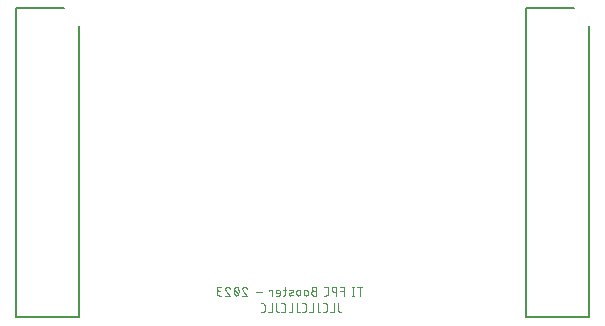
<source format=gbr>
G04 EAGLE Gerber RS-274X export*
G75*
%MOMM*%
%FSLAX34Y34*%
%LPD*%
%INSilkscreen Bottom*%
%IPPOS*%
%AMOC8*
5,1,8,0,0,1.08239X$1,22.5*%
G01*
%ADD10C,0.076200*%
%ADD11C,0.200000*%


D10*
X297293Y23241D02*
X297293Y30607D01*
X299339Y30607D02*
X295247Y30607D01*
X291928Y30607D02*
X291928Y23241D01*
X291110Y23241D02*
X292747Y23241D01*
X292747Y30607D02*
X291110Y30607D01*
X283961Y30607D02*
X283961Y23241D01*
X283961Y30607D02*
X280688Y30607D01*
X280688Y27333D02*
X283961Y27333D01*
X277520Y30607D02*
X277520Y23241D01*
X277520Y30607D02*
X275474Y30607D01*
X275385Y30605D01*
X275296Y30599D01*
X275207Y30589D01*
X275119Y30576D01*
X275031Y30559D01*
X274944Y30537D01*
X274859Y30512D01*
X274774Y30484D01*
X274691Y30451D01*
X274609Y30415D01*
X274529Y30376D01*
X274451Y30333D01*
X274375Y30287D01*
X274300Y30237D01*
X274228Y30184D01*
X274159Y30128D01*
X274092Y30069D01*
X274027Y30008D01*
X273966Y29943D01*
X273907Y29876D01*
X273851Y29807D01*
X273798Y29735D01*
X273748Y29660D01*
X273702Y29584D01*
X273659Y29506D01*
X273620Y29426D01*
X273584Y29344D01*
X273551Y29261D01*
X273523Y29176D01*
X273498Y29091D01*
X273476Y29004D01*
X273459Y28916D01*
X273446Y28828D01*
X273436Y28739D01*
X273430Y28650D01*
X273428Y28561D01*
X273430Y28472D01*
X273436Y28383D01*
X273446Y28294D01*
X273459Y28206D01*
X273476Y28118D01*
X273498Y28031D01*
X273523Y27946D01*
X273551Y27861D01*
X273584Y27778D01*
X273620Y27696D01*
X273659Y27616D01*
X273702Y27538D01*
X273748Y27462D01*
X273798Y27387D01*
X273851Y27315D01*
X273907Y27246D01*
X273966Y27179D01*
X274027Y27114D01*
X274092Y27053D01*
X274159Y26994D01*
X274228Y26938D01*
X274300Y26885D01*
X274375Y26835D01*
X274451Y26789D01*
X274529Y26746D01*
X274609Y26707D01*
X274691Y26671D01*
X274774Y26638D01*
X274859Y26610D01*
X274944Y26585D01*
X275031Y26563D01*
X275119Y26546D01*
X275207Y26533D01*
X275296Y26523D01*
X275385Y26517D01*
X275474Y26515D01*
X277520Y26515D01*
X268952Y23241D02*
X267315Y23241D01*
X268952Y23241D02*
X269030Y23243D01*
X269108Y23248D01*
X269185Y23258D01*
X269262Y23271D01*
X269338Y23287D01*
X269413Y23307D01*
X269487Y23331D01*
X269560Y23358D01*
X269632Y23389D01*
X269702Y23423D01*
X269771Y23460D01*
X269837Y23501D01*
X269902Y23545D01*
X269964Y23591D01*
X270024Y23641D01*
X270082Y23693D01*
X270137Y23748D01*
X270189Y23806D01*
X270239Y23866D01*
X270285Y23928D01*
X270329Y23993D01*
X270370Y24060D01*
X270407Y24128D01*
X270441Y24198D01*
X270472Y24270D01*
X270499Y24343D01*
X270523Y24417D01*
X270543Y24492D01*
X270559Y24568D01*
X270572Y24645D01*
X270582Y24722D01*
X270587Y24800D01*
X270589Y24878D01*
X270589Y28970D01*
X270587Y29048D01*
X270582Y29126D01*
X270572Y29203D01*
X270559Y29280D01*
X270543Y29356D01*
X270523Y29431D01*
X270499Y29505D01*
X270472Y29578D01*
X270441Y29650D01*
X270407Y29720D01*
X270370Y29789D01*
X270329Y29855D01*
X270285Y29920D01*
X270239Y29982D01*
X270189Y30042D01*
X270137Y30100D01*
X270082Y30155D01*
X270024Y30207D01*
X269964Y30257D01*
X269902Y30303D01*
X269837Y30347D01*
X269771Y30388D01*
X269702Y30425D01*
X269632Y30459D01*
X269560Y30490D01*
X269487Y30517D01*
X269413Y30541D01*
X269338Y30561D01*
X269262Y30577D01*
X269185Y30590D01*
X269108Y30600D01*
X269030Y30605D01*
X268952Y30607D01*
X267315Y30607D01*
X260207Y27333D02*
X258161Y27333D01*
X258072Y27331D01*
X257983Y27325D01*
X257894Y27315D01*
X257806Y27302D01*
X257718Y27285D01*
X257631Y27263D01*
X257546Y27238D01*
X257461Y27210D01*
X257378Y27177D01*
X257296Y27141D01*
X257216Y27102D01*
X257138Y27059D01*
X257062Y27013D01*
X256987Y26963D01*
X256915Y26910D01*
X256846Y26854D01*
X256779Y26795D01*
X256714Y26734D01*
X256653Y26669D01*
X256594Y26602D01*
X256538Y26533D01*
X256485Y26461D01*
X256435Y26386D01*
X256389Y26310D01*
X256346Y26232D01*
X256307Y26152D01*
X256271Y26070D01*
X256238Y25987D01*
X256210Y25902D01*
X256185Y25817D01*
X256163Y25730D01*
X256146Y25642D01*
X256133Y25554D01*
X256123Y25465D01*
X256117Y25376D01*
X256115Y25287D01*
X256117Y25198D01*
X256123Y25109D01*
X256133Y25020D01*
X256146Y24932D01*
X256163Y24844D01*
X256185Y24757D01*
X256210Y24672D01*
X256238Y24587D01*
X256271Y24504D01*
X256307Y24422D01*
X256346Y24342D01*
X256389Y24264D01*
X256435Y24188D01*
X256485Y24113D01*
X256538Y24041D01*
X256594Y23972D01*
X256653Y23905D01*
X256714Y23840D01*
X256779Y23779D01*
X256846Y23720D01*
X256915Y23664D01*
X256987Y23611D01*
X257062Y23561D01*
X257138Y23515D01*
X257216Y23472D01*
X257296Y23433D01*
X257378Y23397D01*
X257461Y23364D01*
X257546Y23336D01*
X257631Y23311D01*
X257718Y23289D01*
X257806Y23272D01*
X257894Y23259D01*
X257983Y23249D01*
X258072Y23243D01*
X258161Y23241D01*
X260207Y23241D01*
X260207Y30607D01*
X258161Y30607D01*
X258082Y30605D01*
X258003Y30599D01*
X257924Y30590D01*
X257846Y30577D01*
X257769Y30559D01*
X257693Y30539D01*
X257618Y30514D01*
X257544Y30486D01*
X257471Y30455D01*
X257400Y30419D01*
X257331Y30381D01*
X257264Y30339D01*
X257199Y30294D01*
X257136Y30246D01*
X257075Y30195D01*
X257018Y30141D01*
X256962Y30085D01*
X256910Y30026D01*
X256860Y29964D01*
X256814Y29900D01*
X256770Y29834D01*
X256730Y29766D01*
X256694Y29696D01*
X256660Y29624D01*
X256630Y29550D01*
X256604Y29476D01*
X256581Y29400D01*
X256563Y29323D01*
X256547Y29246D01*
X256536Y29167D01*
X256528Y29089D01*
X256524Y29010D01*
X256524Y28930D01*
X256528Y28851D01*
X256536Y28773D01*
X256547Y28694D01*
X256563Y28617D01*
X256581Y28540D01*
X256604Y28464D01*
X256630Y28390D01*
X256660Y28316D01*
X256694Y28244D01*
X256730Y28174D01*
X256770Y28106D01*
X256814Y28040D01*
X256860Y27976D01*
X256910Y27914D01*
X256962Y27855D01*
X257018Y27799D01*
X257075Y27745D01*
X257136Y27694D01*
X257199Y27646D01*
X257264Y27601D01*
X257331Y27559D01*
X257400Y27521D01*
X257471Y27485D01*
X257544Y27454D01*
X257618Y27426D01*
X257693Y27401D01*
X257769Y27381D01*
X257846Y27363D01*
X257924Y27350D01*
X258003Y27341D01*
X258082Y27335D01*
X258161Y27333D01*
X253332Y26515D02*
X253332Y24878D01*
X253332Y26515D02*
X253330Y26594D01*
X253324Y26673D01*
X253315Y26752D01*
X253302Y26830D01*
X253284Y26907D01*
X253264Y26983D01*
X253239Y27058D01*
X253211Y27132D01*
X253180Y27205D01*
X253144Y27276D01*
X253106Y27345D01*
X253064Y27412D01*
X253019Y27477D01*
X252971Y27540D01*
X252920Y27601D01*
X252866Y27658D01*
X252810Y27714D01*
X252751Y27766D01*
X252689Y27816D01*
X252625Y27862D01*
X252559Y27906D01*
X252491Y27946D01*
X252421Y27982D01*
X252349Y28016D01*
X252275Y28046D01*
X252201Y28072D01*
X252125Y28095D01*
X252048Y28113D01*
X251971Y28129D01*
X251892Y28140D01*
X251814Y28148D01*
X251735Y28152D01*
X251655Y28152D01*
X251576Y28148D01*
X251498Y28140D01*
X251419Y28129D01*
X251342Y28113D01*
X251265Y28095D01*
X251189Y28072D01*
X251115Y28046D01*
X251041Y28016D01*
X250969Y27982D01*
X250899Y27946D01*
X250831Y27906D01*
X250765Y27862D01*
X250701Y27816D01*
X250639Y27766D01*
X250580Y27714D01*
X250524Y27658D01*
X250470Y27601D01*
X250419Y27540D01*
X250371Y27477D01*
X250326Y27412D01*
X250284Y27345D01*
X250246Y27276D01*
X250210Y27205D01*
X250179Y27132D01*
X250151Y27058D01*
X250126Y26983D01*
X250106Y26907D01*
X250088Y26830D01*
X250075Y26752D01*
X250066Y26673D01*
X250060Y26594D01*
X250058Y26515D01*
X250058Y24878D01*
X250060Y24799D01*
X250066Y24720D01*
X250075Y24641D01*
X250088Y24563D01*
X250106Y24486D01*
X250126Y24410D01*
X250151Y24335D01*
X250179Y24261D01*
X250210Y24188D01*
X250246Y24117D01*
X250284Y24048D01*
X250326Y23981D01*
X250371Y23916D01*
X250419Y23853D01*
X250470Y23792D01*
X250524Y23735D01*
X250580Y23679D01*
X250639Y23627D01*
X250701Y23577D01*
X250765Y23531D01*
X250831Y23487D01*
X250899Y23447D01*
X250969Y23411D01*
X251041Y23377D01*
X251115Y23347D01*
X251189Y23321D01*
X251265Y23298D01*
X251342Y23280D01*
X251419Y23264D01*
X251498Y23253D01*
X251576Y23245D01*
X251655Y23241D01*
X251735Y23241D01*
X251814Y23245D01*
X251892Y23253D01*
X251971Y23264D01*
X252048Y23280D01*
X252125Y23298D01*
X252201Y23321D01*
X252275Y23347D01*
X252349Y23377D01*
X252421Y23411D01*
X252491Y23447D01*
X252559Y23487D01*
X252625Y23531D01*
X252689Y23577D01*
X252751Y23627D01*
X252810Y23679D01*
X252866Y23735D01*
X252920Y23792D01*
X252971Y23853D01*
X253019Y23916D01*
X253064Y23981D01*
X253106Y24048D01*
X253144Y24117D01*
X253180Y24188D01*
X253211Y24261D01*
X253239Y24335D01*
X253264Y24410D01*
X253284Y24486D01*
X253302Y24563D01*
X253315Y24641D01*
X253324Y24720D01*
X253330Y24799D01*
X253332Y24878D01*
X246992Y24878D02*
X246992Y26515D01*
X246990Y26594D01*
X246984Y26673D01*
X246975Y26752D01*
X246962Y26830D01*
X246944Y26907D01*
X246924Y26983D01*
X246899Y27058D01*
X246871Y27132D01*
X246840Y27205D01*
X246804Y27276D01*
X246766Y27345D01*
X246724Y27412D01*
X246679Y27477D01*
X246631Y27540D01*
X246580Y27601D01*
X246526Y27658D01*
X246470Y27714D01*
X246411Y27766D01*
X246349Y27816D01*
X246285Y27862D01*
X246219Y27906D01*
X246151Y27946D01*
X246081Y27982D01*
X246009Y28016D01*
X245935Y28046D01*
X245861Y28072D01*
X245785Y28095D01*
X245708Y28113D01*
X245631Y28129D01*
X245552Y28140D01*
X245474Y28148D01*
X245395Y28152D01*
X245315Y28152D01*
X245236Y28148D01*
X245158Y28140D01*
X245079Y28129D01*
X245002Y28113D01*
X244925Y28095D01*
X244849Y28072D01*
X244775Y28046D01*
X244701Y28016D01*
X244629Y27982D01*
X244559Y27946D01*
X244491Y27906D01*
X244425Y27862D01*
X244361Y27816D01*
X244299Y27766D01*
X244240Y27714D01*
X244184Y27658D01*
X244130Y27601D01*
X244079Y27540D01*
X244031Y27477D01*
X243986Y27412D01*
X243944Y27345D01*
X243906Y27276D01*
X243870Y27205D01*
X243839Y27132D01*
X243811Y27058D01*
X243786Y26983D01*
X243766Y26907D01*
X243748Y26830D01*
X243735Y26752D01*
X243726Y26673D01*
X243720Y26594D01*
X243718Y26515D01*
X243718Y24878D01*
X243720Y24799D01*
X243726Y24720D01*
X243735Y24641D01*
X243748Y24563D01*
X243766Y24486D01*
X243786Y24410D01*
X243811Y24335D01*
X243839Y24261D01*
X243870Y24188D01*
X243906Y24117D01*
X243944Y24048D01*
X243986Y23981D01*
X244031Y23916D01*
X244079Y23853D01*
X244130Y23792D01*
X244184Y23735D01*
X244240Y23679D01*
X244299Y23627D01*
X244361Y23577D01*
X244425Y23531D01*
X244491Y23487D01*
X244559Y23447D01*
X244629Y23411D01*
X244701Y23377D01*
X244775Y23347D01*
X244849Y23321D01*
X244925Y23298D01*
X245002Y23280D01*
X245079Y23264D01*
X245158Y23253D01*
X245236Y23245D01*
X245315Y23241D01*
X245395Y23241D01*
X245474Y23245D01*
X245552Y23253D01*
X245631Y23264D01*
X245708Y23280D01*
X245785Y23298D01*
X245861Y23321D01*
X245935Y23347D01*
X246009Y23377D01*
X246081Y23411D01*
X246151Y23447D01*
X246219Y23487D01*
X246285Y23531D01*
X246349Y23577D01*
X246411Y23627D01*
X246470Y23679D01*
X246526Y23735D01*
X246580Y23792D01*
X246631Y23853D01*
X246679Y23916D01*
X246724Y23981D01*
X246766Y24048D01*
X246804Y24117D01*
X246840Y24188D01*
X246871Y24261D01*
X246899Y24335D01*
X246924Y24410D01*
X246944Y24486D01*
X246962Y24563D01*
X246975Y24641D01*
X246984Y24720D01*
X246990Y24799D01*
X246992Y24878D01*
X240038Y26106D02*
X237992Y25287D01*
X240038Y26106D02*
X240097Y26131D01*
X240154Y26160D01*
X240209Y26193D01*
X240262Y26229D01*
X240313Y26267D01*
X240361Y26309D01*
X240407Y26354D01*
X240450Y26401D01*
X240490Y26451D01*
X240527Y26503D01*
X240561Y26558D01*
X240592Y26614D01*
X240619Y26672D01*
X240642Y26732D01*
X240662Y26792D01*
X240678Y26854D01*
X240691Y26917D01*
X240699Y26981D01*
X240704Y27044D01*
X240705Y27108D01*
X240702Y27172D01*
X240695Y27236D01*
X240684Y27299D01*
X240670Y27361D01*
X240652Y27423D01*
X240630Y27483D01*
X240605Y27542D01*
X240576Y27599D01*
X240543Y27654D01*
X240508Y27707D01*
X240469Y27758D01*
X240427Y27807D01*
X240383Y27853D01*
X240335Y27896D01*
X240286Y27936D01*
X240233Y27973D01*
X240179Y28007D01*
X240123Y28038D01*
X240065Y28065D01*
X240006Y28089D01*
X239945Y28108D01*
X239883Y28125D01*
X239820Y28137D01*
X239757Y28146D01*
X239693Y28151D01*
X239629Y28152D01*
X239630Y28152D02*
X239494Y28148D01*
X239359Y28140D01*
X239223Y28128D01*
X239089Y28112D01*
X238954Y28092D01*
X238821Y28069D01*
X238688Y28041D01*
X238556Y28010D01*
X238425Y27975D01*
X238295Y27936D01*
X238166Y27893D01*
X238039Y27846D01*
X237913Y27796D01*
X237788Y27742D01*
X237992Y25287D02*
X237933Y25262D01*
X237876Y25233D01*
X237821Y25200D01*
X237768Y25164D01*
X237717Y25126D01*
X237669Y25084D01*
X237623Y25039D01*
X237580Y24992D01*
X237540Y24942D01*
X237503Y24890D01*
X237469Y24835D01*
X237438Y24779D01*
X237411Y24721D01*
X237388Y24661D01*
X237368Y24601D01*
X237352Y24539D01*
X237339Y24476D01*
X237331Y24412D01*
X237326Y24349D01*
X237325Y24285D01*
X237328Y24221D01*
X237335Y24157D01*
X237346Y24094D01*
X237360Y24032D01*
X237378Y23970D01*
X237400Y23910D01*
X237425Y23851D01*
X237454Y23794D01*
X237487Y23739D01*
X237522Y23686D01*
X237561Y23635D01*
X237603Y23586D01*
X237647Y23540D01*
X237695Y23497D01*
X237744Y23457D01*
X237797Y23420D01*
X237851Y23386D01*
X237907Y23355D01*
X237965Y23328D01*
X238024Y23304D01*
X238085Y23285D01*
X238147Y23268D01*
X238210Y23256D01*
X238273Y23247D01*
X238337Y23242D01*
X238401Y23241D01*
X238565Y23245D01*
X238729Y23253D01*
X238893Y23265D01*
X239056Y23281D01*
X239219Y23301D01*
X239382Y23324D01*
X239543Y23352D01*
X239705Y23383D01*
X239865Y23418D01*
X240024Y23457D01*
X240183Y23500D01*
X240340Y23546D01*
X240497Y23596D01*
X240652Y23650D01*
X234943Y28152D02*
X232487Y28152D01*
X234124Y30607D02*
X234124Y24469D01*
X234125Y24469D02*
X234123Y24400D01*
X234117Y24332D01*
X234108Y24263D01*
X234094Y24196D01*
X234077Y24129D01*
X234056Y24063D01*
X234032Y23999D01*
X234003Y23936D01*
X233972Y23875D01*
X233937Y23816D01*
X233899Y23758D01*
X233857Y23703D01*
X233813Y23651D01*
X233765Y23601D01*
X233715Y23553D01*
X233663Y23509D01*
X233608Y23468D01*
X233550Y23429D01*
X233491Y23394D01*
X233430Y23363D01*
X233367Y23334D01*
X233303Y23310D01*
X233237Y23289D01*
X233170Y23272D01*
X233103Y23258D01*
X233035Y23249D01*
X232966Y23243D01*
X232897Y23241D01*
X232487Y23241D01*
X228452Y23241D02*
X226406Y23241D01*
X228452Y23241D02*
X228521Y23243D01*
X228589Y23249D01*
X228658Y23258D01*
X228725Y23272D01*
X228792Y23289D01*
X228858Y23310D01*
X228922Y23334D01*
X228985Y23363D01*
X229046Y23394D01*
X229105Y23429D01*
X229163Y23467D01*
X229218Y23509D01*
X229270Y23553D01*
X229320Y23601D01*
X229368Y23651D01*
X229412Y23703D01*
X229454Y23758D01*
X229492Y23816D01*
X229527Y23875D01*
X229558Y23936D01*
X229587Y23999D01*
X229611Y24063D01*
X229632Y24129D01*
X229649Y24196D01*
X229663Y24263D01*
X229672Y24332D01*
X229678Y24400D01*
X229680Y24469D01*
X229679Y24469D02*
X229679Y26515D01*
X229680Y26515D02*
X229678Y26594D01*
X229672Y26673D01*
X229663Y26752D01*
X229650Y26830D01*
X229632Y26907D01*
X229612Y26983D01*
X229587Y27058D01*
X229559Y27132D01*
X229528Y27205D01*
X229492Y27276D01*
X229454Y27345D01*
X229412Y27412D01*
X229367Y27477D01*
X229319Y27540D01*
X229268Y27601D01*
X229214Y27658D01*
X229158Y27714D01*
X229099Y27766D01*
X229037Y27816D01*
X228973Y27862D01*
X228907Y27906D01*
X228839Y27946D01*
X228769Y27982D01*
X228697Y28016D01*
X228623Y28046D01*
X228549Y28072D01*
X228473Y28095D01*
X228396Y28113D01*
X228319Y28129D01*
X228240Y28140D01*
X228162Y28148D01*
X228083Y28152D01*
X228003Y28152D01*
X227924Y28148D01*
X227846Y28140D01*
X227767Y28129D01*
X227690Y28113D01*
X227613Y28095D01*
X227537Y28072D01*
X227463Y28046D01*
X227389Y28016D01*
X227317Y27982D01*
X227247Y27946D01*
X227179Y27906D01*
X227113Y27862D01*
X227049Y27816D01*
X226987Y27766D01*
X226928Y27714D01*
X226872Y27658D01*
X226818Y27601D01*
X226767Y27540D01*
X226719Y27477D01*
X226674Y27412D01*
X226632Y27345D01*
X226594Y27276D01*
X226558Y27205D01*
X226527Y27132D01*
X226499Y27058D01*
X226474Y26983D01*
X226454Y26907D01*
X226436Y26830D01*
X226423Y26752D01*
X226414Y26673D01*
X226408Y26594D01*
X226406Y26515D01*
X226406Y25696D01*
X229679Y25696D01*
X223050Y23241D02*
X223050Y28152D01*
X220594Y28152D01*
X220594Y27333D01*
X214161Y26106D02*
X209250Y26106D01*
X199796Y30608D02*
X199711Y30606D01*
X199626Y30600D01*
X199542Y30590D01*
X199458Y30577D01*
X199374Y30559D01*
X199292Y30538D01*
X199211Y30513D01*
X199131Y30484D01*
X199052Y30451D01*
X198975Y30415D01*
X198900Y30375D01*
X198826Y30332D01*
X198755Y30286D01*
X198686Y30236D01*
X198619Y30183D01*
X198555Y30127D01*
X198494Y30068D01*
X198435Y30007D01*
X198379Y29943D01*
X198326Y29876D01*
X198276Y29807D01*
X198230Y29736D01*
X198187Y29662D01*
X198147Y29587D01*
X198111Y29510D01*
X198078Y29431D01*
X198049Y29351D01*
X198024Y29270D01*
X198003Y29188D01*
X197985Y29104D01*
X197972Y29020D01*
X197962Y28936D01*
X197956Y28851D01*
X197954Y28766D01*
X199796Y30607D02*
X199892Y30605D01*
X199988Y30599D01*
X200083Y30589D01*
X200178Y30576D01*
X200273Y30558D01*
X200366Y30537D01*
X200459Y30512D01*
X200550Y30483D01*
X200641Y30451D01*
X200730Y30415D01*
X200817Y30375D01*
X200903Y30332D01*
X200987Y30286D01*
X201069Y30236D01*
X201149Y30182D01*
X201226Y30126D01*
X201301Y30066D01*
X201374Y30004D01*
X201444Y29938D01*
X201512Y29870D01*
X201577Y29799D01*
X201638Y29726D01*
X201697Y29650D01*
X201753Y29571D01*
X201805Y29491D01*
X201854Y29408D01*
X201900Y29324D01*
X201942Y29238D01*
X201980Y29150D01*
X202015Y29061D01*
X202047Y28970D01*
X198569Y27334D02*
X198509Y27393D01*
X198452Y27455D01*
X198397Y27519D01*
X198346Y27586D01*
X198297Y27655D01*
X198251Y27725D01*
X198208Y27798D01*
X198168Y27872D01*
X198132Y27948D01*
X198099Y28026D01*
X198069Y28105D01*
X198042Y28185D01*
X198019Y28266D01*
X198000Y28348D01*
X197984Y28430D01*
X197971Y28514D01*
X197962Y28598D01*
X197957Y28682D01*
X197955Y28766D01*
X198569Y27333D02*
X202047Y23241D01*
X197955Y23241D01*
X194732Y26924D02*
X194730Y27077D01*
X194724Y27230D01*
X194715Y27382D01*
X194701Y27535D01*
X194684Y27687D01*
X194663Y27838D01*
X194638Y27989D01*
X194609Y28139D01*
X194577Y28289D01*
X194540Y28437D01*
X194500Y28585D01*
X194457Y28732D01*
X194409Y28877D01*
X194358Y29021D01*
X194304Y29164D01*
X194245Y29306D01*
X194184Y29445D01*
X194118Y29584D01*
X194092Y29654D01*
X194062Y29723D01*
X194030Y29791D01*
X193993Y29857D01*
X193954Y29921D01*
X193911Y29983D01*
X193866Y30042D01*
X193817Y30100D01*
X193766Y30154D01*
X193712Y30207D01*
X193655Y30256D01*
X193596Y30303D01*
X193535Y30346D01*
X193472Y30387D01*
X193407Y30424D01*
X193340Y30459D01*
X193271Y30489D01*
X193201Y30517D01*
X193130Y30540D01*
X193058Y30561D01*
X192985Y30577D01*
X192911Y30590D01*
X192836Y30600D01*
X192761Y30605D01*
X192686Y30607D01*
X192611Y30605D01*
X192536Y30600D01*
X192461Y30590D01*
X192387Y30577D01*
X192314Y30561D01*
X192242Y30540D01*
X192171Y30517D01*
X192101Y30489D01*
X192032Y30459D01*
X191965Y30424D01*
X191900Y30387D01*
X191837Y30346D01*
X191776Y30303D01*
X191717Y30256D01*
X191660Y30207D01*
X191606Y30154D01*
X191555Y30100D01*
X191507Y30042D01*
X191461Y29983D01*
X191418Y29921D01*
X191379Y29857D01*
X191343Y29791D01*
X191310Y29724D01*
X191280Y29654D01*
X191254Y29584D01*
X191189Y29446D01*
X191127Y29306D01*
X191069Y29164D01*
X191014Y29021D01*
X190963Y28877D01*
X190915Y28732D01*
X190872Y28585D01*
X190832Y28438D01*
X190795Y28289D01*
X190763Y28139D01*
X190734Y27989D01*
X190709Y27838D01*
X190688Y27687D01*
X190671Y27535D01*
X190657Y27382D01*
X190648Y27230D01*
X190642Y27077D01*
X190640Y26924D01*
X194732Y26924D02*
X194730Y26771D01*
X194724Y26618D01*
X194715Y26465D01*
X194701Y26313D01*
X194684Y26161D01*
X194663Y26010D01*
X194638Y25859D01*
X194609Y25708D01*
X194577Y25559D01*
X194540Y25410D01*
X194500Y25263D01*
X194457Y25116D01*
X194409Y24971D01*
X194358Y24826D01*
X194303Y24684D01*
X194245Y24542D01*
X194183Y24402D01*
X194118Y24264D01*
X194092Y24194D01*
X194062Y24124D01*
X194030Y24057D01*
X193993Y23991D01*
X193954Y23927D01*
X193911Y23865D01*
X193865Y23806D01*
X193817Y23748D01*
X193766Y23694D01*
X193712Y23641D01*
X193655Y23592D01*
X193596Y23545D01*
X193535Y23502D01*
X193472Y23461D01*
X193407Y23424D01*
X193340Y23389D01*
X193271Y23359D01*
X193201Y23331D01*
X193130Y23308D01*
X193058Y23287D01*
X192985Y23271D01*
X192911Y23258D01*
X192836Y23248D01*
X192761Y23243D01*
X192686Y23241D01*
X191254Y24264D02*
X191189Y24402D01*
X191127Y24542D01*
X191069Y24684D01*
X191014Y24827D01*
X190963Y24971D01*
X190915Y25116D01*
X190872Y25263D01*
X190832Y25411D01*
X190795Y25559D01*
X190763Y25709D01*
X190734Y25859D01*
X190709Y26010D01*
X190688Y26161D01*
X190671Y26313D01*
X190657Y26466D01*
X190648Y26618D01*
X190642Y26771D01*
X190640Y26924D01*
X191254Y24264D02*
X191280Y24193D01*
X191310Y24124D01*
X191343Y24057D01*
X191379Y23991D01*
X191418Y23927D01*
X191461Y23865D01*
X191507Y23806D01*
X191555Y23748D01*
X191606Y23694D01*
X191660Y23641D01*
X191717Y23592D01*
X191776Y23545D01*
X191837Y23502D01*
X191900Y23461D01*
X191965Y23424D01*
X192032Y23389D01*
X192101Y23359D01*
X192171Y23331D01*
X192242Y23308D01*
X192314Y23287D01*
X192387Y23271D01*
X192461Y23258D01*
X192536Y23248D01*
X192611Y23243D01*
X192686Y23241D01*
X194323Y24878D02*
X191049Y28970D01*
X185166Y30608D02*
X185081Y30606D01*
X184996Y30600D01*
X184912Y30590D01*
X184828Y30577D01*
X184744Y30559D01*
X184662Y30538D01*
X184581Y30513D01*
X184501Y30484D01*
X184422Y30451D01*
X184345Y30415D01*
X184270Y30375D01*
X184196Y30332D01*
X184125Y30286D01*
X184056Y30236D01*
X183989Y30183D01*
X183925Y30127D01*
X183864Y30068D01*
X183805Y30007D01*
X183749Y29943D01*
X183696Y29876D01*
X183646Y29807D01*
X183600Y29736D01*
X183557Y29662D01*
X183517Y29587D01*
X183481Y29510D01*
X183448Y29431D01*
X183419Y29351D01*
X183394Y29270D01*
X183373Y29188D01*
X183355Y29104D01*
X183342Y29020D01*
X183332Y28936D01*
X183326Y28851D01*
X183324Y28766D01*
X185166Y30607D02*
X185262Y30605D01*
X185358Y30599D01*
X185453Y30589D01*
X185548Y30576D01*
X185643Y30558D01*
X185736Y30537D01*
X185829Y30512D01*
X185920Y30483D01*
X186011Y30451D01*
X186100Y30415D01*
X186187Y30375D01*
X186273Y30332D01*
X186357Y30286D01*
X186439Y30236D01*
X186519Y30182D01*
X186596Y30126D01*
X186671Y30066D01*
X186744Y30004D01*
X186814Y29938D01*
X186882Y29870D01*
X186947Y29799D01*
X187008Y29726D01*
X187067Y29650D01*
X187123Y29571D01*
X187175Y29491D01*
X187224Y29408D01*
X187270Y29324D01*
X187312Y29238D01*
X187350Y29150D01*
X187385Y29061D01*
X187417Y28970D01*
X183938Y27334D02*
X183878Y27393D01*
X183821Y27455D01*
X183766Y27519D01*
X183715Y27586D01*
X183666Y27655D01*
X183620Y27725D01*
X183577Y27798D01*
X183537Y27872D01*
X183501Y27948D01*
X183468Y28026D01*
X183438Y28105D01*
X183411Y28185D01*
X183388Y28266D01*
X183369Y28348D01*
X183353Y28430D01*
X183340Y28514D01*
X183331Y28598D01*
X183326Y28682D01*
X183324Y28766D01*
X183938Y27333D02*
X187417Y23241D01*
X183325Y23241D01*
X180102Y23241D02*
X178055Y23241D01*
X177966Y23243D01*
X177877Y23249D01*
X177788Y23259D01*
X177700Y23272D01*
X177612Y23289D01*
X177525Y23311D01*
X177440Y23336D01*
X177355Y23364D01*
X177272Y23397D01*
X177190Y23433D01*
X177110Y23472D01*
X177032Y23515D01*
X176956Y23561D01*
X176881Y23611D01*
X176809Y23664D01*
X176740Y23720D01*
X176673Y23779D01*
X176608Y23840D01*
X176547Y23905D01*
X176488Y23972D01*
X176432Y24041D01*
X176379Y24113D01*
X176329Y24188D01*
X176283Y24264D01*
X176240Y24342D01*
X176201Y24422D01*
X176165Y24504D01*
X176132Y24587D01*
X176104Y24672D01*
X176079Y24757D01*
X176057Y24844D01*
X176040Y24932D01*
X176027Y25020D01*
X176017Y25109D01*
X176011Y25198D01*
X176009Y25287D01*
X176011Y25376D01*
X176017Y25465D01*
X176027Y25554D01*
X176040Y25642D01*
X176057Y25730D01*
X176079Y25817D01*
X176104Y25902D01*
X176132Y25987D01*
X176165Y26070D01*
X176201Y26152D01*
X176240Y26232D01*
X176283Y26310D01*
X176329Y26386D01*
X176379Y26461D01*
X176432Y26533D01*
X176488Y26602D01*
X176547Y26669D01*
X176608Y26734D01*
X176673Y26795D01*
X176740Y26854D01*
X176809Y26910D01*
X176881Y26963D01*
X176956Y27013D01*
X177032Y27059D01*
X177110Y27102D01*
X177190Y27141D01*
X177272Y27177D01*
X177355Y27210D01*
X177440Y27238D01*
X177525Y27263D01*
X177612Y27285D01*
X177700Y27302D01*
X177788Y27315D01*
X177877Y27325D01*
X177966Y27331D01*
X178055Y27333D01*
X177646Y30607D02*
X180102Y30607D01*
X177646Y30607D02*
X177567Y30605D01*
X177488Y30599D01*
X177409Y30590D01*
X177331Y30577D01*
X177254Y30559D01*
X177178Y30539D01*
X177103Y30514D01*
X177029Y30486D01*
X176956Y30455D01*
X176885Y30419D01*
X176816Y30381D01*
X176749Y30339D01*
X176684Y30294D01*
X176621Y30246D01*
X176560Y30195D01*
X176503Y30141D01*
X176447Y30085D01*
X176395Y30026D01*
X176345Y29964D01*
X176299Y29900D01*
X176255Y29834D01*
X176215Y29766D01*
X176179Y29696D01*
X176145Y29624D01*
X176115Y29550D01*
X176089Y29476D01*
X176066Y29400D01*
X176048Y29323D01*
X176032Y29246D01*
X176021Y29167D01*
X176013Y29089D01*
X176009Y29010D01*
X176009Y28930D01*
X176013Y28851D01*
X176021Y28773D01*
X176032Y28694D01*
X176048Y28617D01*
X176066Y28540D01*
X176089Y28464D01*
X176115Y28390D01*
X176145Y28316D01*
X176179Y28244D01*
X176215Y28174D01*
X176255Y28106D01*
X176299Y28040D01*
X176345Y27976D01*
X176395Y27914D01*
X176447Y27855D01*
X176503Y27799D01*
X176560Y27745D01*
X176621Y27694D01*
X176684Y27646D01*
X176749Y27601D01*
X176816Y27559D01*
X176885Y27521D01*
X176956Y27485D01*
X177029Y27454D01*
X177103Y27426D01*
X177178Y27401D01*
X177254Y27381D01*
X177331Y27363D01*
X177409Y27350D01*
X177488Y27341D01*
X177567Y27335D01*
X177646Y27333D01*
X179283Y27333D01*
X279104Y16637D02*
X279104Y10908D01*
X279106Y10830D01*
X279111Y10752D01*
X279121Y10675D01*
X279134Y10598D01*
X279150Y10522D01*
X279170Y10447D01*
X279194Y10373D01*
X279221Y10300D01*
X279252Y10228D01*
X279286Y10158D01*
X279323Y10090D01*
X279364Y10023D01*
X279408Y9958D01*
X279454Y9896D01*
X279504Y9836D01*
X279556Y9778D01*
X279611Y9723D01*
X279669Y9671D01*
X279729Y9621D01*
X279791Y9575D01*
X279856Y9531D01*
X279923Y9490D01*
X279991Y9453D01*
X280061Y9419D01*
X280133Y9388D01*
X280206Y9361D01*
X280280Y9337D01*
X280355Y9317D01*
X280431Y9301D01*
X280508Y9288D01*
X280585Y9278D01*
X280663Y9273D01*
X280741Y9271D01*
X281559Y9271D01*
X275410Y9271D02*
X275410Y16637D01*
X275410Y9271D02*
X272136Y9271D01*
X267716Y9271D02*
X266079Y9271D01*
X267716Y9271D02*
X267794Y9273D01*
X267872Y9278D01*
X267949Y9288D01*
X268026Y9301D01*
X268102Y9317D01*
X268177Y9337D01*
X268251Y9361D01*
X268324Y9388D01*
X268396Y9419D01*
X268466Y9453D01*
X268535Y9490D01*
X268601Y9531D01*
X268666Y9575D01*
X268728Y9621D01*
X268788Y9671D01*
X268846Y9723D01*
X268901Y9778D01*
X268953Y9836D01*
X269003Y9896D01*
X269049Y9958D01*
X269093Y10023D01*
X269134Y10090D01*
X269171Y10158D01*
X269205Y10228D01*
X269236Y10300D01*
X269263Y10373D01*
X269287Y10447D01*
X269307Y10522D01*
X269323Y10598D01*
X269336Y10675D01*
X269346Y10752D01*
X269351Y10830D01*
X269353Y10908D01*
X269352Y10908D02*
X269352Y15000D01*
X269353Y15000D02*
X269351Y15078D01*
X269346Y15156D01*
X269336Y15233D01*
X269323Y15310D01*
X269307Y15386D01*
X269287Y15461D01*
X269263Y15535D01*
X269236Y15608D01*
X269205Y15680D01*
X269171Y15750D01*
X269134Y15819D01*
X269093Y15885D01*
X269049Y15950D01*
X269003Y16012D01*
X268953Y16072D01*
X268901Y16130D01*
X268846Y16185D01*
X268788Y16237D01*
X268728Y16287D01*
X268666Y16333D01*
X268601Y16377D01*
X268535Y16418D01*
X268466Y16455D01*
X268396Y16489D01*
X268324Y16520D01*
X268251Y16547D01*
X268177Y16571D01*
X268102Y16591D01*
X268026Y16607D01*
X267949Y16620D01*
X267872Y16630D01*
X267794Y16635D01*
X267716Y16637D01*
X266079Y16637D01*
X261547Y16637D02*
X261547Y10908D01*
X261549Y10830D01*
X261554Y10752D01*
X261564Y10675D01*
X261577Y10598D01*
X261593Y10522D01*
X261613Y10447D01*
X261637Y10373D01*
X261664Y10300D01*
X261695Y10228D01*
X261729Y10158D01*
X261766Y10090D01*
X261807Y10023D01*
X261851Y9958D01*
X261897Y9896D01*
X261947Y9836D01*
X261999Y9778D01*
X262054Y9723D01*
X262112Y9671D01*
X262172Y9621D01*
X262234Y9575D01*
X262299Y9531D01*
X262366Y9490D01*
X262434Y9453D01*
X262504Y9419D01*
X262576Y9388D01*
X262649Y9361D01*
X262723Y9337D01*
X262798Y9317D01*
X262874Y9301D01*
X262951Y9288D01*
X263028Y9278D01*
X263106Y9273D01*
X263184Y9271D01*
X264003Y9271D01*
X257853Y9271D02*
X257853Y16637D01*
X257853Y9271D02*
X254580Y9271D01*
X250159Y9271D02*
X248522Y9271D01*
X250159Y9271D02*
X250237Y9273D01*
X250315Y9278D01*
X250392Y9288D01*
X250469Y9301D01*
X250545Y9317D01*
X250620Y9337D01*
X250694Y9361D01*
X250767Y9388D01*
X250839Y9419D01*
X250909Y9453D01*
X250978Y9490D01*
X251044Y9531D01*
X251109Y9575D01*
X251171Y9621D01*
X251231Y9671D01*
X251289Y9723D01*
X251344Y9778D01*
X251396Y9836D01*
X251446Y9896D01*
X251492Y9958D01*
X251536Y10023D01*
X251577Y10090D01*
X251614Y10158D01*
X251648Y10228D01*
X251679Y10300D01*
X251706Y10373D01*
X251730Y10447D01*
X251750Y10522D01*
X251766Y10598D01*
X251779Y10675D01*
X251789Y10752D01*
X251794Y10830D01*
X251796Y10908D01*
X251796Y15000D01*
X251794Y15078D01*
X251789Y15156D01*
X251779Y15233D01*
X251766Y15310D01*
X251750Y15386D01*
X251730Y15461D01*
X251706Y15535D01*
X251679Y15608D01*
X251648Y15680D01*
X251614Y15750D01*
X251577Y15819D01*
X251536Y15885D01*
X251492Y15950D01*
X251446Y16012D01*
X251396Y16072D01*
X251344Y16130D01*
X251289Y16185D01*
X251231Y16237D01*
X251171Y16287D01*
X251109Y16333D01*
X251044Y16377D01*
X250978Y16418D01*
X250909Y16455D01*
X250839Y16489D01*
X250767Y16520D01*
X250694Y16547D01*
X250620Y16571D01*
X250545Y16591D01*
X250469Y16607D01*
X250392Y16620D01*
X250315Y16630D01*
X250237Y16635D01*
X250159Y16637D01*
X248522Y16637D01*
X243991Y16637D02*
X243991Y10908D01*
X243993Y10830D01*
X243998Y10752D01*
X244008Y10675D01*
X244021Y10598D01*
X244037Y10522D01*
X244057Y10447D01*
X244081Y10373D01*
X244108Y10300D01*
X244139Y10228D01*
X244173Y10158D01*
X244210Y10090D01*
X244251Y10023D01*
X244295Y9958D01*
X244341Y9896D01*
X244391Y9836D01*
X244443Y9778D01*
X244498Y9723D01*
X244556Y9671D01*
X244616Y9621D01*
X244678Y9575D01*
X244743Y9531D01*
X244810Y9490D01*
X244878Y9453D01*
X244948Y9419D01*
X245020Y9388D01*
X245093Y9361D01*
X245167Y9337D01*
X245242Y9317D01*
X245318Y9301D01*
X245395Y9288D01*
X245472Y9278D01*
X245550Y9273D01*
X245628Y9271D01*
X246446Y9271D01*
X240297Y9271D02*
X240297Y16637D01*
X240297Y9271D02*
X237023Y9271D01*
X232603Y9271D02*
X230966Y9271D01*
X232603Y9271D02*
X232681Y9273D01*
X232759Y9278D01*
X232836Y9288D01*
X232913Y9301D01*
X232989Y9317D01*
X233064Y9337D01*
X233138Y9361D01*
X233211Y9388D01*
X233283Y9419D01*
X233353Y9453D01*
X233422Y9490D01*
X233488Y9531D01*
X233553Y9575D01*
X233615Y9621D01*
X233675Y9671D01*
X233733Y9723D01*
X233788Y9778D01*
X233840Y9836D01*
X233890Y9896D01*
X233936Y9958D01*
X233980Y10023D01*
X234021Y10090D01*
X234058Y10158D01*
X234092Y10228D01*
X234123Y10300D01*
X234150Y10373D01*
X234174Y10447D01*
X234194Y10522D01*
X234210Y10598D01*
X234223Y10675D01*
X234233Y10752D01*
X234238Y10830D01*
X234240Y10908D01*
X234240Y15000D01*
X234238Y15078D01*
X234233Y15156D01*
X234223Y15233D01*
X234210Y15310D01*
X234194Y15386D01*
X234174Y15461D01*
X234150Y15535D01*
X234123Y15608D01*
X234092Y15680D01*
X234058Y15750D01*
X234021Y15819D01*
X233980Y15885D01*
X233936Y15950D01*
X233890Y16012D01*
X233840Y16072D01*
X233788Y16130D01*
X233733Y16185D01*
X233675Y16237D01*
X233615Y16287D01*
X233553Y16333D01*
X233488Y16377D01*
X233422Y16418D01*
X233353Y16455D01*
X233283Y16489D01*
X233211Y16520D01*
X233138Y16547D01*
X233064Y16571D01*
X232989Y16591D01*
X232913Y16607D01*
X232836Y16620D01*
X232759Y16630D01*
X232681Y16635D01*
X232603Y16637D01*
X230966Y16637D01*
X226435Y16637D02*
X226435Y10908D01*
X226434Y10908D02*
X226436Y10830D01*
X226441Y10752D01*
X226451Y10675D01*
X226464Y10598D01*
X226480Y10522D01*
X226500Y10447D01*
X226524Y10373D01*
X226551Y10300D01*
X226582Y10228D01*
X226616Y10158D01*
X226653Y10090D01*
X226694Y10023D01*
X226738Y9958D01*
X226784Y9896D01*
X226834Y9836D01*
X226886Y9778D01*
X226941Y9723D01*
X226999Y9671D01*
X227059Y9621D01*
X227121Y9575D01*
X227186Y9531D01*
X227253Y9490D01*
X227321Y9453D01*
X227391Y9419D01*
X227463Y9388D01*
X227536Y9361D01*
X227610Y9337D01*
X227685Y9317D01*
X227761Y9301D01*
X227838Y9288D01*
X227915Y9278D01*
X227993Y9273D01*
X228071Y9271D01*
X228890Y9271D01*
X222741Y9271D02*
X222741Y16637D01*
X222741Y9271D02*
X219467Y9271D01*
X215046Y9271D02*
X213410Y9271D01*
X215046Y9271D02*
X215124Y9273D01*
X215202Y9278D01*
X215279Y9288D01*
X215356Y9301D01*
X215432Y9317D01*
X215507Y9337D01*
X215581Y9361D01*
X215654Y9388D01*
X215726Y9419D01*
X215796Y9453D01*
X215865Y9490D01*
X215931Y9531D01*
X215996Y9575D01*
X216058Y9621D01*
X216118Y9671D01*
X216176Y9723D01*
X216231Y9778D01*
X216283Y9836D01*
X216333Y9896D01*
X216379Y9958D01*
X216423Y10023D01*
X216464Y10090D01*
X216501Y10158D01*
X216535Y10228D01*
X216566Y10300D01*
X216593Y10373D01*
X216617Y10447D01*
X216637Y10522D01*
X216653Y10598D01*
X216666Y10675D01*
X216676Y10752D01*
X216681Y10830D01*
X216683Y10908D01*
X216683Y15000D01*
X216681Y15078D01*
X216676Y15156D01*
X216666Y15233D01*
X216653Y15310D01*
X216637Y15386D01*
X216617Y15461D01*
X216593Y15535D01*
X216566Y15608D01*
X216535Y15680D01*
X216501Y15750D01*
X216464Y15819D01*
X216423Y15885D01*
X216379Y15950D01*
X216333Y16012D01*
X216283Y16072D01*
X216231Y16130D01*
X216176Y16185D01*
X216118Y16237D01*
X216058Y16287D01*
X215996Y16333D01*
X215931Y16377D01*
X215865Y16418D01*
X215796Y16455D01*
X215726Y16489D01*
X215654Y16520D01*
X215581Y16547D01*
X215507Y16571D01*
X215432Y16591D01*
X215356Y16607D01*
X215279Y16620D01*
X215202Y16630D01*
X215124Y16635D01*
X215046Y16637D01*
X213410Y16637D01*
D11*
X59690Y5010D02*
X59690Y251460D01*
X59690Y5010D02*
X5890Y5010D01*
X5890Y266310D01*
X46990Y266310D01*
X491490Y251460D02*
X491490Y5010D01*
X437690Y5010D01*
X437690Y266310D01*
X478790Y266310D01*
M02*

</source>
